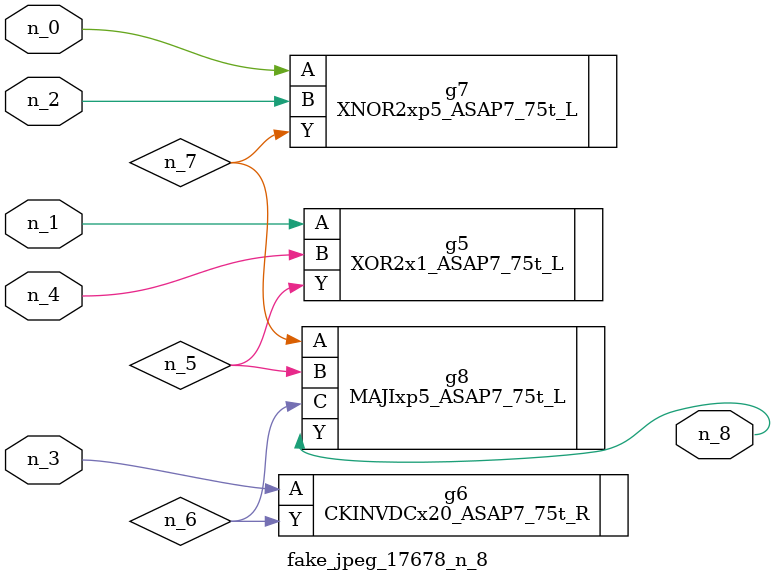
<source format=v>
module fake_jpeg_17678_n_8 (n_3, n_2, n_1, n_0, n_4, n_8);

input n_3;
input n_2;
input n_1;
input n_0;
input n_4;

output n_8;

wire n_6;
wire n_5;
wire n_7;

XOR2x1_ASAP7_75t_L g5 ( 
.A(n_1),
.B(n_4),
.Y(n_5)
);

CKINVDCx20_ASAP7_75t_R g6 ( 
.A(n_3),
.Y(n_6)
);

XNOR2xp5_ASAP7_75t_L g7 ( 
.A(n_0),
.B(n_2),
.Y(n_7)
);

MAJIxp5_ASAP7_75t_L g8 ( 
.A(n_7),
.B(n_5),
.C(n_6),
.Y(n_8)
);


endmodule
</source>
